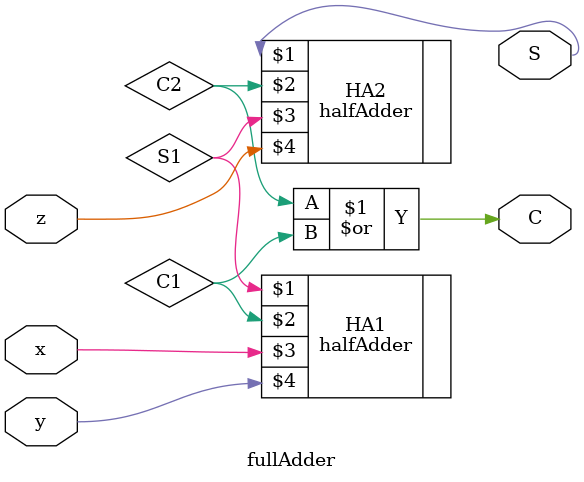
<source format=v>
module fullAdder ( output S, C, input x, y, z);
wire S1, C1, C2;
    halfAdder HA1 (S1, C1, x, y);
    halfAdder HA2 (S, C2, S1, z);
    or G1 (C, C2, C1);
endmodule
</source>
